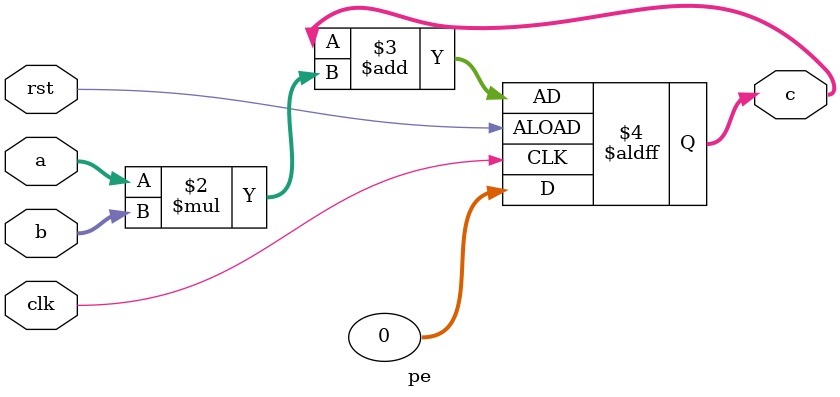
<source format=v>
module pe(
    input clk,
    input rst,
    input [31:0] a,
    input [31:0] b,

    output [31:0] c
);

reg [31:0] c;

always@(posedge clk or negedge rst)
begin

  if(rst)
  begin
    c <= 0;
  end

  else
  begin
    c <= c + a*b;
  end

end

endmodule
</source>
